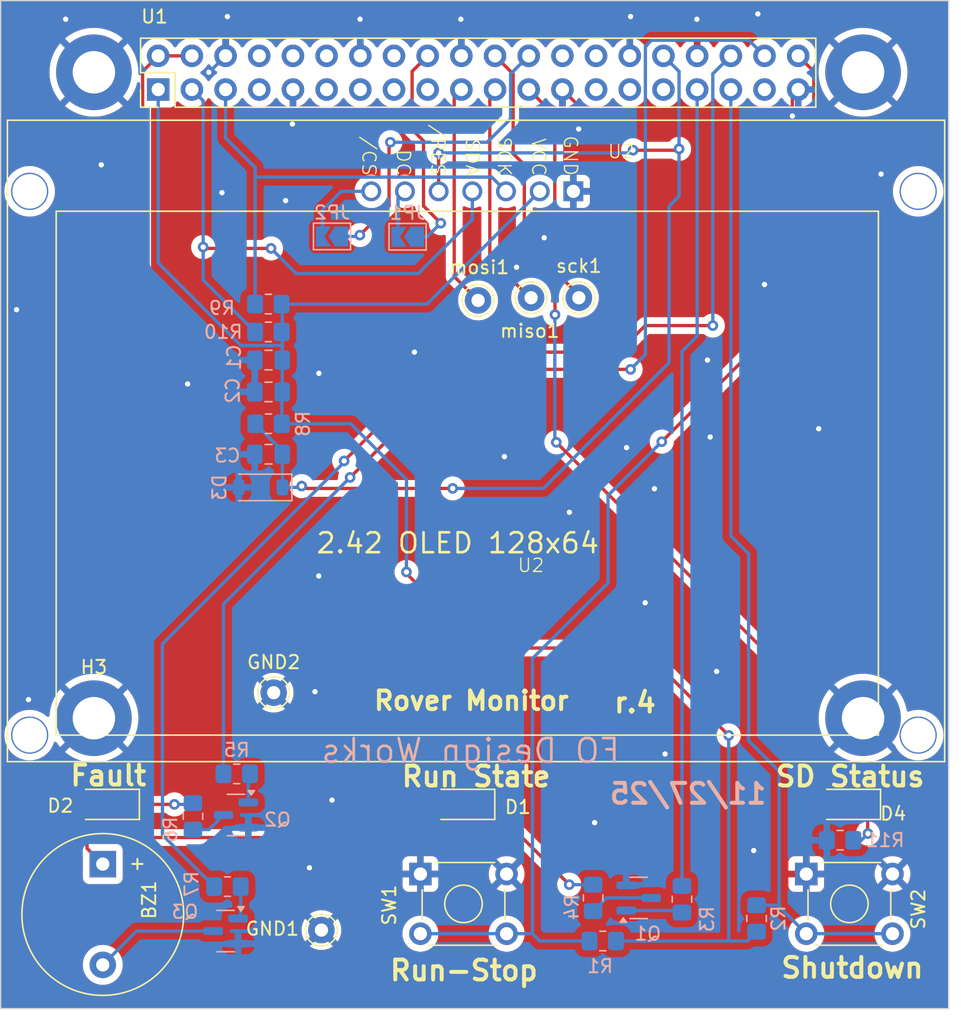
<source format=kicad_pcb>
(kicad_pcb (version 20240108) (generator "pcbnew") (generator_version "8.0")
  (layers (0 "F.Cu" signal) (31 "B.Cu" signal) (34 "B.Paste" user) (35 "F.Paste" user) (36 "B.SilkS" user "B.Silkscreen") (37 "F.SilkS" user "F.Silkscreen") (38 "B.Mask" user) (39 "F.Mask" user) (44 "Edge.Cuts" user))
  (net 0 "")
  (net 1 "GND")
  (net 2 "+5V")
  (net 3 "Net-(D2-K)")
  (net 4 "Net-(D1-K)")
  (net 5 "Net-(BZ1--)")
  (net 6 "Net-(D3-K)")
  (net 7 "+3V3")
  (net 8 "Net-(Q1-B)")
  (net 9 "Net-(Q1-C)")
  (net 10 "Net-(Q2-B)")
  (net 11 "Net-(Q2-C)")
  (net 12 "Net-(Q3-B)")
  (net 13 "/GPIO20")
  (net 14 "/GPIO16")
  (net 15 "/GPIO13")
  (net 16 "/GPIO21")
  (net 17 "/GPIO19")
  (net 18 "/SCL")
  (net 19 "/SDA")
  (net 28 "Net-(U1-SPI_MOSI)")
  (net 31 "Net-(U1-SPI_MISO)")
  (net 32 "Net-(U1-SPI_SCLK)")
  (net 34 "Net-(JP1-A)")
  (net 38 "Net-(JP2-A)")
  (net 40 "Net-(D4-K)")
  (net 41 "Net-(JP1-B)")
  (net 42 "Net-(JP2-B)")
  (net 43 "/GPIO25")
  (footprint "Buzzer_Beeper:Buzzer_12x9.5RM7.6" (layer "F.Cu") (at 56.7139 126.3232 -90)
    (property "Reference" "BZ1")
    (property "Value" "Buzzer")
  )
  (footprint "TestPoint:TestPoint_THTPad_D2.0mm_Drill1.0mm" (layer "F.Cu") (at 73.2 131.3)
    (property "Reference" "GND1")
    (property "Value" "GND")
  )
  (footprint "jerrys_Library:oled_128x64_r2" (layer "F.Cu") (at 92.2 75.6)
    (property "Reference" "U2")
    (property "Value" "~")
  )
  (footprint "TestPoint:TestPoint_THTPad_D2.0mm_Drill1.0mm" (layer "F.Cu") (at 85.0136 83.8232)
    (property "Reference" "mosi1")
    (property "Value" "mosi")
  )
  (footprint "LED_SMD:LED_1206_3216Metric_Pad1.42x1.75mm_HandSolder" (layer "F.Cu") (at 57.0139 121.8232 180)
    (property "Reference" "D2")
    (property "Value" "Alarm")
  )
  (footprint "LED_SMD:LED_1206_3216Metric_Pad1.42x1.75mm_HandSolder" (layer "F.Cu") (at 112.9014 121.8232 180)
    (property "Reference" "D4")
    (property "Value" "Run-Stop")
  )
  (footprint "jerrys_Library:oled_128x64_r2" (layer "F.Cu") (at 120.3136 101.1232)
    (property "Reference" "U2")
    (property "Value" "~")
  )
  (footprint "MountingHole:MountingHole_3.2mm_M3_ISO7380_Pad_TopBottom" (layer "F.Cu") (at 56.0436 115.3232)
    (property "Reference" "H3")
    (property "Value" "MountingHole_Pad")
  )
  (footprint "TestPoint:TestPoint_THTPad_D2.0mm_Drill1.0mm" (layer "F.Cu") (at 69.6 113.4)
    (property "Reference" "GND2")
    (property "Value" "GND")
  )
  (footprint "Button_Switch_THT:SW_TH_Tactile_Omron_B3F-10xx" (layer "F.Cu") (at 109.7639 127.0732)
    (property "Reference" "SW2")
    (property "Value" "Shutdown")
  )
  (footprint "MountingHole:MountingHole_3.2mm_M3_ISO7380_Pad_TopBottom" (layer "F.Cu") (at 56.0436 66.6232)
    (property "Reference" "H1" (hide yes))
    (property "Value" "MountingHole_Pad")
  )
  (footprint "Connector_PinHeader_2.54mm:PinHeader_2x20_P2.54mm_Vertical" (layer "F.Cu") (at 60.8936 67.9232 90)
    (property "Reference" "U1")
    (property "Value" "~")
  )
  (footprint "MountingHole:MountingHole_3.2mm_M3_ISO7380_Pad_TopBottom" (layer "F.Cu") (at 114.0436 115.3232)
    (property "Reference" "H4" (hide yes))
    (property "Value" "MountingHole_Pad")
  )
  (footprint "TestPoint:TestPoint_THTPad_D2.0mm_Drill1.0mm" (layer "F.Cu") (at 92.6136 83.6232)
    (property "Reference" "sck1")
    (property "Value" "sck")
  )
  (footprint "MountingHole:MountingHole_3.2mm_M3_ISO7380_Pad_TopBottom" (layer "F.Cu") (at 114.0436 66.6232)
    (property "Reference" "H2" (hide yes))
    (property "Value" "MountingHole_Pad")
  )
  (footprint "TestPoint:TestPoint_THTPad_D2.0mm_Drill1.0mm" (layer "F.Cu") (at 89.0136 83.6232)
    (property "Reference" "miso1")
    (property "Value" "miso")
  )
  (footprint "Button_Switch_THT:SW_TH_Tactile_Omron_B3F-10xx" (layer "F.Cu") (at 80.6639 127.0732)
    (property "Reference" "SW1")
    (property "Value" "Run-Stop")
  )
  (footprint "LED_SMD:LED_1206_3216Metric_Pad1.42x1.75mm_HandSolder" (layer "F.Cu") (at 83.8142 121.8232 180)
    (property "Reference" "D1")
    (property "Value" "Run-Stop")
  )
  (footprint "Resistor_SMD:R_0805_2012Metric_Pad1.20x1.40mm_HandSolder" (layer "B.Cu") (at 69.2 84.1 180)
    (property "Reference" "R9")
    (property "Value" "15K")
  )
  (footprint "Resistor_SMD:R_0805_2012Metric_Pad1.20x1.40mm_HandSolder" (layer "B.Cu") (at 66.1139 128.0232 180)
    (property "Reference" "R7")
    (property "Value" "27K")
  )
  (footprint "Resistor_SMD:R_0805_2012Metric_Pad1.20x1.40mm_HandSolder" (layer "B.Cu") (at 69.2 86.2 180)
    (property "Reference" "R10")
    (property "Value" "15K")
  )
  (footprint "Capacitor_SMD:C_0805_2012Metric_Pad1.18x1.45mm_HandSolder" (layer "B.Cu") (at 69.2136 90.7232 180)
    (property "Reference" "C2")
    (property "Value" "0.1uF")
  )
  (footprint "Jumper:SolderJumper-2_P1.3mm_Open_TrianglePad1.0x1.5mm" (layer "B.Cu") (at 79.7 79.025 180)
    (property "Reference" "JP1")
    (property "Value" "jumper")
  )
  (footprint "Resistor_SMD:R_0805_2012Metric_Pad1.20x1.40mm_HandSolder" (layer "B.Cu") (at 100.3889 128.9732 90)
    (property "Reference" "R3")
    (property "Value" "27K")
  )
  (footprint "Resistor_SMD:R_0805_2012Metric_Pad1.20x1.40mm_HandSolder" (layer "B.Cu") (at 106.0139 130.4232 90)
    (property "Reference" "R2")
    (property "Value" "4.7K")
  )
  (footprint "Resistor_SMD:R_0805_2012Metric_Pad1.20x1.40mm_HandSolder" (layer "B.Cu") (at 112.3139 124.5232 180)
    (property "Reference" "R11")
    (property "Value" "330")
  )
  (footprint "Jumper:SolderJumper-2_P1.3mm_Open_TrianglePad1.0x1.5mm" (layer "B.Cu") (at 74 79 180)
    (property "Reference" "JP2")
    (property "Value" "jumper")
  )
  (footprint "Resistor_SMD:R_0805_2012Metric_Pad1.20x1.40mm_HandSolder" (layer "B.Cu") (at 93.6889 128.8732 -90)
    (property "Reference" "R4")
    (property "Value" "390R")
  )
  (footprint "Resistor_SMD:R_0805_2012Metric_Pad1.20x1.40mm_HandSolder" (layer "B.Cu") (at 66.8139 119.5232 180)
    (property "Reference" "R5")
    (property "Value" "27K")
  )
  (footprint "Capacitor_SMD:C_0805_2012Metric_Pad1.18x1.45mm_HandSolder" (layer "B.Cu") (at 69.2136 95.4232 180)
    (property "Reference" "C3")
    (property "Value" "10uF")
  )
  (footprint "Resistor_SMD:R_0805_2012Metric_Pad1.20x1.40mm_HandSolder" (layer "B.Cu") (at 94.4139 132.1232 180)
    (property "Reference" "R1")
    (property "Value" "4.7K")
  )
  (footprint "Capacitor_SMD:C_0805_2012Metric_Pad1.18x1.45mm_HandSolder" (layer "B.Cu") (at 69.2136 88.3232)
    (property "Reference" "C1")
    (property "Value" "10uF")
  )
  (footprint "Diode_SMD:D_SOD-123" (layer "B.Cu") (at 68.6136 97.9232 180)
    (property "Reference" "D3")
    (property "Value" "1N4448W")
  )
  (footprint "Package_TO_SOT_SMD:SOT-23" (layer "B.Cu") (at 66.7514 122.6232 180)
    (property "Reference" "Q2")
    (property "Value" "MMBT3904")
  )
  (footprint "Package_TO_SOT_SMD:SOT-23" (layer "B.Cu") (at 97.1264 128.8732)
    (property "Reference" "Q1")
    (property "Value" "MMBT3904")
  )
  (footprint "Resistor_SMD:R_0805_2012Metric_Pad1.20x1.40mm_HandSolder" (layer "B.Cu") (at 69.2136 93.1232 180)
    (property "Reference" "R8")
    (property "Value" "15K")
  )
  (footprint "Resistor_SMD:R_0805_2012Metric_Pad1.20x1.40mm_HandSolder" (layer "B.Cu") (at 63.5139 122.7232 -90)
    (property "Reference" "R6")
    (property "Value" "390R")
  )
  (footprint "Package_TO_SOT_SMD:SOT-23" (layer "B.Cu") (at 65.9764 131.3732 180)
    (property "Reference" "Q3")
    (property "Value" "MMBT3904")
  )
  (gr_line (start 49.0136 61.2232) (end 120.5 61.2232) (stroke (width 0.1)) (layer "Edge.Cuts"))
  (gr_line (start 49.0139 137.2232) (end 49.0136 61.2232) (stroke (width 0.1)) (layer "Edge.Cuts"))
  (gr_line (start 120.5 61.2232) (end 120.5 137.2232) (stroke (width 0.1)) (layer "Edge.Cuts"))
  (gr_line (start 120.5 137.2232) (end 49.014032 137.2232) (stroke (width 0.1)) (layer "Edge.Cuts"))
  (gr_text "11/27/25" (at 106.9 121.9 0) (layer "B.SilkS") (effects (font (size 1.5 1.5) (thickness 0.3) (bold yes)) (justify left bottom mirror)))
  (gr_text "FO Design Works" (at 95.8386 118.8232 0) (layer "B.SilkS") (effects (font (size 1.778 1.778) (thickness 0.2032)) (justify left bottom mirror)))
  (gr_text "r.4" (at 95.1139 115.0232 0) (layer "F.SilkS") (effects (font (size 1.5 1.5) (thickness 0.3) (bold yes)) (justify left bottom)))
  (gr_text "Run-Stop" (at 78.2139 135.2232 0) (layer "F.SilkS") (effects (font (size 1.5 1.5) (thickness 0.3) (bold yes)) (justify left bottom)))
  (gr_text "Rover Monitor" (at 77.0139 114.8232 0) (layer "F.SilkS") (effects (font (size 1.4 1.4) (thickness 0.3) (bold yes)) (justify left bottom)))
  (gr_text "Run State" (at 79.1 120.6 0) (layer "F.SilkS") (effects (font (size 1.5 1.5) (thickness 0.3) (bold yes)) (justify left bottom)))
  (gr_text "Fault" (at 54.1139 120.5232 0) (layer "F.SilkS") (effects (font (size 1.5 1.5) (thickness 0.3) (bold yes)) (justify left bottom)))
  (gr_text "SD Status" (at 107.3 120.6 0) (layer "F.SilkS") (effects (font (size 1.5 1.5) (thickness 0.3) (bold yes)) (justify left bottom)))
  (gr_text "Shutdown" (at 107.7139 135.0232 0) (layer "F.SilkS") (effects (font (size 1.5 1.5) (thickness 0.3) (bold yes)) (justify left bottom)))
  (segment (start 66.1139 65.2429) (end 65.9736 65.3832) (width 0.25) (layer "F.Cu") (net 1))
  (segment (start 76.1139 65.3635) (end 76.1336 65.3832) (width 0.25) (layer "F.Cu") (net 1))
  (segment (start 96.5139 62.4232) (end 96.4536 62.4835) (width 0.25) (layer "F.Cu") (net 1))
  (segment (start 76.1139 62.6232) (end 76.1139 65.3635) (width 0.25) (layer "F.Cu") (net 1))
  (segment (start 92.6 70.9) (end 92.6 69.1496) (width 0.25) (layer "F.Cu") (net 1))
  (segment (start 83.7536 62.6632) (end 83.7536 65.3832) (width 0.25) (layer "F.Cu") (net 1))
  (segment (start 108.7136 69.9232) (end 108.7136 68.3632) (width 0.25) (layer "F.Cu") (net 1))
  (segment (start 108.7136 68.3632) (end 109.1536 67.9232) (width 0.25) (layer "F.Cu") (net 1))
  (segment (start 92.6 69.1496) (end 91.3736 67.9232) (width 0.25) (layer "F.Cu") (net 1))
  (segment (start 83.7136 62.6232) (end 83.7536 62.6632) (width 0.25) (layer "F.Cu") (net 1))
  (segment (start 101.5336 62.7432) (end 101.5336 65.3832) (width 0.25) (layer "F.Cu") (net 1))
  (segment (start 66.1139 62.4232) (end 66.1139 65.2429) (width 0.25) (layer "F.Cu") (net 1))
  (segment (start 101.5136 62.7232) (end 101.5336 62.7432) (width 0.25) (layer "F.Cu") (net 1))
  (segment (start 101.5136 62.6232) (end 101.5136 62.7232) (width 0.25) (layer "F.Cu") (net 1))
  (segment (start 96.4536 62.4835) (end 96.4536 65.3832) (width 0.25) (layer "F.Cu") (net 1))
  (via (at 105.8 125.3) (size 0.8) (drill 0.4) (layers "F.Cu" "B.Cu") (net 1))
  (via (at 96.2139 94.9232) (size 0.8) (drill 0.4) (layers "F.Cu" "B.Cu") (net 1))
  (via (at 103 111.8) (size 0.8) (drill 0.4) (layers "F.Cu" "B.Cu") (net 1))
  (via (at 76.1139 62.6232) (size 0.8) (drill 0.4) (layers "F.Cu" "B.Cu") (net 1))
  (via (at 108.7136 69.9232) (size 0.8) (drill 0.4) (layers "F.Cu" "B.Cu") (net 1))
  (via (at 74 121.5) (size 0.8) (drill 0.4) (layers "F.Cu" "B.Cu") (net 1))
  (via (at 106.6139 82.6232) (size 0.8) (drill 0.4) (layers "F.Cu" "B.Cu") (net 1))
  (via (at 87.9139 81.3232) (size 0.8) (drill 0.4) (layers "F.Cu" "B.Cu") (net 1))
  (via (at 83.7136 62.6232) (size 0.8) (drill 0.4) (layers "F.Cu" "B.Cu") (net 1))
  (via (at 63.1139 90.1232) (size 0.8) (drill 0.4) (layers "F.Cu" "B.Cu") (net 1))
  (via (at 93.8 123.2) (size 0.8) (drill 0.4) (layers "F.Cu" "B.Cu") (net 1))
  (via (at 91.9 99.8) (size 0.8) (drill 0.4) (layers "F.Cu" "B.Cu") (net 1))
  (via (at 50.2136 84.5232) (size 0.8) (drill 0.4) (layers "F.Cu" "B.Cu") (net 1))
  (via (at 71.0136 70.5232) (size 0.8) (drill 0.4) (layers "F.Cu" "B.Cu") (net 1))
  (via (at 66.1139 62.4232) (size 0.8) (drill 0.4) (layers "F.Cu" "B.Cu") (net 1))
  (via (at 92.6 70.9) (size 0.8) (drill 0.4) (layers "F.Cu" "B.Cu") (net 1))
  (via (at 101.5136 62.6232) (size 0.8) (drill 0.4) (layers "F.Cu" "B.Cu") (net 1))
  (via (at 51.1139 113.9232) (size 0.8) (drill 0.4) (layers "F.Cu" "B.Cu") (net 1))
  (via (at 98.3139 98.0232) (size 0.8) (drill 0.4) (layers "F.Cu" "B.Cu") (net 1))
  (via (at 72.7139 113.3232) (size 0.8) (drill 0.4) (layers "F.Cu" "B.Cu") (net 1))
  (via (at 97.6139 106.6232) (size 0.8) (drill 0.4) (layers "F.Cu" "B.Cu") (net 1))
  (via (at 115.4 74.3) (size 0.8) (drill 0.4) (layers "F.Cu" "B.Cu") (net 1))
  (via (at 96.5139 62.4232) (size 0.8) (drill 0.4) (layers "F.Cu" "B.Cu") (net 1))
  (via (at 65.7 75.7) (size 0.8) (drill 0.4) (layers "F.Cu" "B.Cu") (net 1))
  (via (at 87 95.6) (size 0.8) (drill 0.4) (layers "F.Cu" "B.Cu") (net 1))
  (via (at 102.5139 94.1232) (size 0.8) (drill 0.4) (layers "F.Cu" "B.Cu") (net 1))
  (via (at 110.7 93.5) (size 0.8) (drill 0.4) (layers "F.Cu" "B.Cu") (net 1))
  (via (at 106.1136 62.2232) (size 0.8) (drill 0.4) (layers "F.Cu" "B.Cu") (net 1))
  (via (at 73.0136 89.3232) (size 0.8) (drill 0.4) (layers "F.Cu" "B.Cu") (net 1))
  (via (at 90 79.1) (size 0.8) (drill 0.4) (layers "F.Cu" "B.Cu") (net 1))
  (via (at 73 104.6) (size 0.8) (drill 0.4) (layers "F.Cu" "B.Cu") (net 1))
  (via (at 99.1136 118.0232) (size 0.8) (drill 0.4) (layers "F.Cu" "B.Cu") (net 1))
  (via (at 56.6 73.6) (size 0.8) (drill 0.4) (layers "F.Cu" "B.Cu") (net 1))
  (via (at 64.7136 66.6232) (size 0.8) (drill 0.4) (layers "F.Cu" "B.Cu") (net 1))
  (via (at 70.5 76.3) (size 0.8) (drill 0.4) (layers "F.Cu" "B.Cu") (net 1))
  (via (at 80.2139 87.7232) (size 0.8) (drill 0.4) (layers "F.Cu" "B.Cu") (net 1))
  (via (at 102.3139 88.3232) (size 0.8) (drill 0.4) (layers "F.Cu" "B.Cu") (net 1))
  (via (at 53.9136 62.6232) (size 0.8) (drill 0.4) (layers "F.Cu" "B.Cu") (net 1))
  (via (at 72.3 126.6) (size 0.8) (drill 0.4) (layers "F.Cu" "B.Cu") (net 1))
  (segment (start 64.7136 66.6232) (end 64.7336 66.6232) (width 0.25) (layer "B.Cu") (net 1))
  (segment (start 68.2136 90.7607) (end 68.1761 90.7232) (width 0.25) (layer "B.Cu") (net 1))
  (segment (start 64.7336 66.6232) (end 65.9736 65.3832) (width 0.25) (layer "B.Cu") (net 1))
  (segment (start 71.0136 70.5232) (end 71.0136 67.9632) (width 0.25) (layer "B.Cu") (net 1))
  (segment (start 71.0136 67.9632) (end 71.0536 67.9232) (width 0.25) (layer "B.Cu") (net 1))
  (segment (start 55.5264 125.1357) (end 56.7139 126.3232) (width 0.25) (layer "F.Cu") (net 2))
  (segment (start 60.8936 65.3832) (end 63.4336 65.3832) (width 0.25) (layer "F.Cu") (net 2))
  (segment (start 59.7186 66.5582) (end 59.7186 117.4185) (width 0.25) (layer "F.Cu") (net 2))
  (segment (start 59.7186 117.4185) (end 55.5264 121.6107) (width 0.25) (layer "F.Cu") (net 2))
  (segment (start 79.8267 124.3232) (end 82.3267 121.8232) (width 0.25) (layer "F.Cu") (net 2))
  (segment (start 55.5264 121.8232) (end 55.5264 124.3232) (width 0.25) (layer "F.Cu") (net 2))
  (segment (start 55.5264 124.3232) (end 55.5264 125.1357) (width 0.25) (layer "F.Cu") (net 2))
  (segment (start 55.5264 124.3232) (end 79.8267 124.3232) (width 0.25) (layer "F.Cu") (net 2))
  (segment (start 60.8936 65.3832) (end 59.7186 66.5582) (width 0.25) (layer "F.Cu") (net 2))
  (segment (start 55.5264 121.6107) (end 55.5264 121.8232) (width 0.25) (layer "F.Cu") (net 2))
  (segment (start 60.1536 65.3832) (end 60.8936 65.3832) (width 0.25) (layer "B.Cu") (net 2))
  (segment (start 58.5014 121.8232) (end 62.1139 121.8232) (width 0.25) (layer "F.Cu") (net 3))
  (via (at 62.1139 121.8232) (size 0.8) (drill 0.4) (layers "F.Cu" "B.Cu") (net 3))
  (segment (start 63.4139 121.8232) (end 63.5139 121.7232) (width 0.25) (layer "B.Cu") (net 3))
  (segment (start 62.1139 121.8232) (end 63.4139 121.8232) (width 0.25) (layer "B.Cu") (net 3))
  (segment (start 85.8389 121.8232) (end 91.8889 127.8732) (width 0.25) (layer "F.Cu") (net 4))
  (segment (start 85.3017 121.8232) (end 85.8389 121.8232) (width 0.25) (layer "F.Cu") (net 4))
  (via (at 91.8889 127.8732) (size 0.8) (drill 0.4) (layers "F.Cu" "B.Cu") (net 4))
  (segment (start 91.8889 127.8732) (end 93.6889 127.8732) (width 0.25) (layer "B.Cu") (net 4))
  (segment (start 65.0389 131.3732) (end 59.2639 131.3732) (width 0.25) (layer "B.Cu") (net 5))
  (segment (start 59.2639 131.3732) (end 56.7139 133.9232) (width 0.25) (layer "B.Cu") (net 5))
  (segment (start 71.9139 97.8232) (end 72.0907 98) (width 0.25) (layer "F.Cu") (net 6))
  (segment (start 100.0686 72.5) (end 100.1686 72.4) (width 0.25) (layer "F.Cu") (net 6))
  (segment (start 96.7 72.5) (end 100.0686 72.5) (width 0.25) (layer "F.Cu") (net 6))
  (segment (start 82.04 72.7) (end 82.04 72.64) (width 0.25) (layer "F.Cu") (net 6))
  (segment (start 71.7139 97.8232) (end 71.9139 97.8232) (width 0.25) (layer "F.Cu") (net 6))
  (segment (start 82.04 72.64) (end 82 72.6) (width 0.25) (layer "F.Cu") (net 6))
  (segment (start 72.0907 98) (end 83.1 98) (width 0.25) (layer "F.Cu") (net 6))
  (segment (start 82.04 75.6) (end 82.04 72.7) (width 0.25) (layer "F.Cu") (net 6))
  (via (at 71.7139 97.8232) (size 0.8) (drill 0.4) (layers "F.Cu" "B.Cu") (net 6))
  (via (at 96.7 72.5) (size 0.8) (drill 0.4) (layers "F.Cu" "B.Cu") (net 6))
  (via (at 83.1 98) (size 0.8) (drill 0.4) (layers "F.Cu" "B.Cu") (net 6))
  (via (at 100.1686 72.4) (size 0.8) (drill 0.4) (layers "F.Cu" "B.Cu") (net 6))
  (via (at 82.04 72.7) (size 0.8) (drill 0.4) (layers "F.Cu" "B.Cu") (net 6))
  (segment (start 98.9936 65.3832) (end 100.1686 66.5582) (width 0.25) (layer "B.Cu") (net 6))
  (segment (start 96.7 72.5) (end 96.8 72.5) (width 0.25) (layer "B.Cu") (net 6))
  (segment (start 70.2511 97.9107) (end 70.2636 97.9232) (width 0.25) (layer "B.Cu") (net 6))
  (segment (start 70.2136 95.3857) (end 70.2511 95.4232) (width 0.25) (layer "B.Cu") (net 6))
  (segment (start 70.2511 95.4232) (end 70.2511 95.1607) (width 0.25) (layer "B.Cu") (net 6))
  (segment (start 96.5 72.7) (end 96.7 72.5) (width 0.25) (layer "B.Cu") (net 6))
  (segment (start 71.6139 97.9232) (end 71.7139 97.8232) (width 0.25) (layer "B.Cu") (net 6))
  (segment (start 100.1686 72.4) (end 100.1686 75.6232) (width 0.25) (layer "B.Cu") (net 6))
  (segment (start 82.04 72.7) (end 96.5 72.7) (width 0.25) (layer "B.Cu") (net 6))
  (segment (start 70.2636 97.9232) (end 71.6139 97.9232) (width 0.25) (layer "B.Cu") (net 6))
  (segment (start 70.2636 97.9232) (end 70.2636 95.4357) (width 0.25) (layer "B.Cu") (net 6))
  (segment (start 83.1 98) (end 89.9371 98) (width 0.25) (layer "B.Cu") (net 6))
  (segment (start 99.4139 88.5232) (end 99.4139 76.7232) (width 0.25) (layer "B.Cu") (net 6))
  (segment (start 100.1686 66.5582) (end 100.1686 72.4) (width 0.25) (layer "B.Cu") (net 6))
  (segment (start 90.21855 97.71855) (end 99.4139 88.5232) (width 0.25) (layer "B.Cu") (net 6))
  (segment (start 70.2636 95.4357) (end 70.2511 95.4232) (width 0.25) (layer "B.Cu") (net 6))
  (segment (start 99.4139 76.7232) (end 100.1686 75.9685) (width 0.25) (layer "B.Cu") (net 6))
  (segment (start 70.2511 95.1607) (end 68.2136 93.1232) (width 0.25) (layer "B.Cu") (net 6))
  (segment (start 100.1686 75.9685) (end 100.1686 75.6232) (width 0.25) (layer "B.Cu") (net 6))
  (segment (start 89.9371 98) (end 90.21855 97.71855) (width 0.25) (layer "B.Cu") (net 6))
  (segment (start 85.23335 110.03335) (end 79.6136 104.4136) (width 0.25) (layer "F.Cu") (net 7))
  (segment (start 97.32405 110.03335) (end 85.23335 110.03335) (width 0.25) (layer "F.Cu") (net 7))
  (segment (start 79.6136 104.4136) (end 79.6136 104.3432) (width 0.25) (layer "F.Cu") (net 7))
  (segment (start 60.7936 67.8232) (end 60.8936 67.9232) (width 0.25) (layer "F.Cu") (net 7))
  (segment (start 103.9139 116.6232) (end 97.32405 110.03335) (width 0.25) (layer "F.Cu") (net 7))
  (via (at 79.6136 104.3) (size 0.8) (drill 0.4) (layers "F.Cu" "B.Cu") (net 7))
  (via (at 103.9139 116.6232) (size 0.8) (drill 0.4) (layers "F.Cu" "B.Cu") (net 7))
  (segment (start 70.2511 87.2) (end 70.2511 84.2511) (width 0.25) (layer "B.Cu") (net 7))
  (segment (start 60.8936 80.9936) (end 60.8936 74.7) (width 0.25) (layer "B.Cu") (net 7))
  (segment (start 79.6136 104.3) (end 79.6136 97.3229) (width 0.25) (layer "B.Cu") (net 7))
  (segment (start 105.3139 132.1232) (end 106.0139 131.4232) (width 0.25) (layer "B.Cu") (net 7))
  (segment (start 95.4139 132.1232) (end 103.9139 132.1232) (width 0.25) (layer "B.Cu") (net 7))
  (segment (start 75.4139 93.1232) (end 70.2136 93.1232) (width 0.25) (layer "B.Cu") (net 7))
  (segment (start 70.2511 88.3232) (end 70.2511 87.2) (width 0.25) (layer "B.Cu") (net 7))
  (segment (start 70.2511 87.2) (end 70.2261 87.225) (width 0.25) (layer "B.Cu") (net 7))
  (segment (start 81.16 84.1) (end 70.2 84.1) (width 0.25) (layer "B.Cu") (net 7))
  (segment (start 70.2261 87.225) (end 67.125 87.225) (width 0.25) (layer "B.Cu") (net 7))
  (segment (start 79.6136 97.3229) (end 75.4139 93.1232) (width 0.25) (layer "B.Cu") (net 7))
  (segment (start 89.66 75.6) (end 81.16 84.1) (width 0.25) (layer "B.Cu") (net 7))
  (segment (start 103.9139 132.1232) (end 105.3139 132.1232) (width 0.25) (layer "B.Cu") (net 7))
  (segment (start 60.8936 74.7) (end 60.8936 67.9232) (width 0.25) (layer "B.Cu") (net 7))
  (segment (start 103.9139 132.1232) (end 103.9139 116.6232) (width 0.25) (layer "B.Cu") (net 7))
  (segment (start 70.2136 90.7607) (end 70.2511 90.7232) (width 0.25) (layer "B.Cu") (net 7))
  (segment (start 67.125 87.225) (end 60.8936 80.9936) (width 0.25) (layer "B.Cu") (net 7))
  (segment (start 70.2511 90.7232) (end 70.2511 88.3232) (width 0.25) (layer "B.Cu") (net 7))
  (segment (start 70.2136 93.1232) (end 70.2136 90.7607) (width 0.25) (layer "B.Cu") (net 7))
  (segment (start 79.6136 104.3432) (end 79.6136 104.3) (width 0.25) (layer "B.Cu") (net 7))
  (segment (start 96.1889 129.8232) (end 100.2389 129.8232) (width 0.25) (layer "B.Cu") (net 8))
  (segment (start 100.2389 129.8232) (end 100.3889 129.9732) (width 0.25) (layer "B.Cu") (net 8))
  (segment (start 94.6889 128.8732) (end 93.6889 129.8732) (width 0.25) (layer "B.Cu") (net 9))
  (segment (start 98.0639 128.8732) (end 94.6889 128.8732) (width 0.25) (layer "B.Cu") (net 9))
  (segment (start 67.6889 119.6482) (end 67.8139 119.5232) (width 0.25) (layer "B.Cu") (net 10))
  (segment (start 67.6889 121.6732) (end 67.6889 119.6482) (width 0.25) (layer "B.Cu") (net 10))
  (segment (start 63.5139 123.7232) (end 64.7139 123.7232) (width 0.25) (layer "B.Cu") (net 11))
  (segment (start 64.7139 123.7232) (end 65.8139 122.6232) (width 0.25) (layer "B.Cu") (net 11))
  (segment (start 67.1139 130.2232) (end 66.9139 130.4232) (width 0.25) (layer "B.Cu") (net 12))
  (segment (start 67.1139 128.0232) (end 67.1139 130.2232) (width 0.25) (layer "B.Cu") (net 12))
  (segment (start 80.7139 91.8232) (end 83.5139 91.8232) (width 0.25) (layer "F.Cu") (net 13))
  (segment (start 89.6139 89.0232) (end 96.5139 89.0232) (width 0.25) (layer "F.Cu") (net 13))
  (segment (start 89.5139 89.1232) (end 89.6139 89.0232) (width 0.25) (layer "F.Cu") (net 13))
  (segment (start 83.5139 91.8232) (end 86.8139 91.8232) (width 0.25) (layer "F.Cu") (net 13))
  (segment (start 75.3639 97.1732) (end 80.7139 91.8232) (width 0.25) (layer "F.Cu") (net 13))
  (segment (start 86.8139 91.8232) (end 89.5139 89.1232) (width 0.25) (layer "F.Cu") (net 13))
  (via (at 75.3639 97.1732) (size 0.8) (drill 0.4) (layers "F.Cu" "B.Cu") (net 13))
  (via (at 96.5139 89.0232) (size 0.8) (drill 0.4) (layers "F.Cu" "B.Cu") (net 13))
  (segment (start 97.6286 87.9085) (end 96.5139 89.0232) (width 0.25) (layer "B.Cu") (net 13))
  (segment (start 65.8139 106.7232) (end 65.8139 119.5232) (width 0.25) (layer "B.Cu") (net 13))
  (segment (start 106.6136 65.3832) (end 105.4386 64.2082) (width 0.25) (layer "B.Cu") (net 13))
  (segment (start 97.6286 64.6714) (end 97.6286 87.9085) (width 0.25) (layer "B.Cu") (net 13))
  (segment (start 98.0918 64.2082) (end 97.6286 64.6714) (width 0.25) (layer "B.Cu") (net 13))
  (segment (start 75.3639 97.1732) (end 65.8139 106.7232) (width 0.25) (layer "B.Cu") (net 13))
  (segment (start 105.4386 64.2082) (end 98.0918 64.2082) (width 0.25) (layer "B.Cu") (net 13))
  (segment (start 95.6139 87.7232) (end 97.6139 85.7232) (width 0.25) (layer "F.Cu") (net 14))
  (segment (start 97.6139 85.7232) (end 102.7136 85.7232) (width 0.25) (layer "F.Cu") (net 14))
  (segment (start 74.9139 95.9232) (end 80.2139 90.6232) (width 0.25) (layer "F.Cu") (net 14))
  (segment (start 80.2139 90.6232) (end 85.9139 90.6232) (width 0.25) (layer "F.Cu") (net 14))
  (segment (start 88.8139 87.7232) (end 95.6139 87.7232) (width 0.25) (layer "F.Cu") (net 14))
  (segment (start 85.9139 90.6232) (end 88.8139 87.7232) (width 0.25) (layer "F.Cu") (net 14))
  (via (at 74.9139 95.9232) (size 0.8) (drill 0.4) (layers "F.Cu" "B.Cu") (net 14))
  (via (at 102.7136 85.7232) (size 0.8) (drill 0.4) (layers "F.Cu" "B.Cu") (net 14))
  (segment (start 102.7136 66.7432) (end 104.0736 65.3832) (width 0.25) (layer "B.Cu") (net 14))
  (segment (start 74.9139 95.9232) (end 74.9139 96.0232) (width 0.25) (layer "B.Cu") (net 14))
  (segment (start 74.9139 96.0232) (end 61.2139 109.7232) (width 0.25) (layer "B.Cu") (net 14))
  (segment (start 61.2139 109.7232) (end 61.2139 124.1232) (width 0.25) (layer "B.Cu") (net 14))
  (segment (start 102.7136 68.404901) (end 102.7136 66.7432) (width 0.25) (layer "B.Cu") (net 14))
  (segment (start 102.7136 68.404901) (end 102.7136 85.7232) (width 0.25) (layer "B.Cu") (net 14))
  (segment (start 61.2139 124.1232) (end 65.1139 128.0232) (width 0.25) (layer "B.Cu") (net 14))
  (segment (start 101.5336 67.9232) (end 101.5336 68.1432) (width 0.25) (layer "F.Cu") (net 15))
  (segment (start 100.3889 127.9732) (end 100.3889 87.6679) (width 0.25) (layer "B.Cu") (net 15))
  (segment (start 100.3889 87.6679) (end 101.5336 86.5232) (width 0.25) (layer "B.Cu") (net 15))
  (segment (start 101.5336 67.9232) (end 101.5336 86.5232) (width 0.25) (layer "B.Cu") (net 15))
  (segment (start 98.8639 94.4732) (end 110.3286 83.0085) (width 0.25) (layer "F.Cu") (net 16))
  (segment (start 110.3286 66.5582) (end 109.1536 65.3832) (width 0.25) (layer "F.Cu") (net 16))
  (segment (start 110.3286 83.0085) (end 110.3286 66.5582) (width 0.25) (layer "F.Cu") (net 16))
  (via (at 98.8639 94.4732) (size 0.8) (drill 0.4) (layers "F.Cu" "B.Cu") (net 16))
  (segment (start 89.1139 131.5732) (end 89.6639 132.1232) (width 0.25) (layer "B.Cu") (net 16))
  (segment (start 94.8139 98.5232) (end 94.8139 105.1232) (width 0.25) (layer "B.Cu") (net 16))
  (segment (start 89.6639 132.1232) (end 93.4139 132.1232) (width 0.25) (layer "B.Cu") (net 16))
  (segment (start 80.6639 131.5732) (end 87.1639 131.5732) (width 0.25) (layer "B.Cu") (net 16))
  (segment (start 94.8139 105.1232) (end 89.1139 110.8232) (width 0.25) (layer "B.Cu") (net 16))
  (segment (start 98.8639 94.4732) (end 94.8139 98.5232) (width 0.25) (layer "B.Cu") (net 16))
  (segment (start 89.1139 110.8232) (end 89.1139 131.5732) (width 0.25) (layer "B.Cu") (net 16))
  (segment (start 87.1639 131.5732) (end 89.1139 131.5732) (width 0.25) (layer "B.Cu") (net 16))
  (segment (start 107.7139 119.3232) (end 105.4139 117.0232) (width 0.25) (layer "B.Cu") (net 17))
  (segment (start 109.7639 131.5732) (end 116.2639 131.5732) (width 0.25) (layer "B.Cu") (net 17))
  (segment (start 104.0736 101.5829) (end 105.4139 102.9232) (width 0.25) (layer "B.Cu") (net 17))
  (segment (start 104.0736 67.9232) (end 104.0736 101.5829) (width 0.25) (layer "B.Cu") (net 17))
  (segment (start 106.0139 129.4232) (end 107.6139 129.4232) (width 0.25) (layer "B.Cu") (net 17))
  (segment (start 105.4139 117.0232) (end 105.4139 102.9232) (width 0.25) (layer "B.Cu") (net 17))
  (segment (start 107.7139 129.5232) (end 107.7139 119.3232) (width 0.25) (layer "B.Cu") (net 17))
  (segment (start 107.6139 129.4232) (end 107.7139 129.5232) (width 0.25) (layer "B.Cu") (net 17))
  (segment (start 109.7639 131.5732) (end 107.7139 129.5232) (width 0.25) (layer "B.Cu") (net 17))
  (segment (start 86.045 74.525) (end 68.275 74.525) (width 0.25) (layer "B.Cu") (net 18))
  (segment (start 66.0139 67.9635) (end 65.9736 67.9232) (width 0.25) (layer "B.Cu") (net 18))
  (segment (start 68.2 74.1) (end 68.2 73.8) (width 0.25) (layer "B.Cu") (net 18))
  (segment (start 68.2 74.6) (end 68.2 74.1) (width 0.25) (layer "B.Cu") (net 18))
  (segment (start 68.2 84.1) (end 68.2 74.1) (width 0.25) (layer "B.Cu") (net 18))
  (segment (start 68.275 74.525) (end 68.2 74.6) (width 0.25) (layer "B.Cu") (net 18))
  (segment (start 68.2 73.8) (end 65.9736 71.5736) (width 0.25) (layer "B.Cu") (net 18))
  (segment (start 65.9736 71.5736) (end 65.9736 67.9232) (width 0.25) (layer "B.Cu") (net 18))
  (segment (start 87.12 75.6) (end 86.045 74.525) (width 0.25) (layer "B.Cu") (net 18))
  (segment (start 64.3836 79.9) (end 64.2836 79.8) (width 0.25) (layer "F.Cu") (net 19))
  (segment (start 69.4 79.9) (end 64.3836 79.9) (width 0.25) (layer "F.Cu") (net 19))
  (via (at 69.4 79.9) (size 0.8) (drill 0.4) (layers "F.Cu" "B.Cu") (net 19))
  (via (at 64.2836 79.8) (size 0.8) (drill 0.4) (layers "F.Cu" "B.Cu") (net 19))
  (segment (start 71.3 81.8) (end 80.5 81.8) (width 0.25) (layer "B.Cu") (net 19))
  (segment (start 64.2836 82.2836) (end 64.2836 79.8) (width 0.25) (layer "B.Cu") (net 19))
  (segment (start 80.5 81.8) (end 84.58 77.72) (width 0.25) (layer "B.Cu") (net 19))
  (segment (start 69.4 79.9) (end 71.3 81.8) (width 0.25) (layer "B.Cu") (net 19))
  (segment (start 64.2836 68.7732) (end 63.4336 67.9232) (width 0.25) (layer "B.Cu") (net 19))
  (segment (start 84.58 77.72) (end 84.58 75.6) (width 0.25) (layer "B.Cu") (net 19))
  (segment (start 68.2 86.2) (end 64.2836 82.2836) (width 0.25) (layer "B.Cu") (net 19))
  (segment (start 64.2836 79.8) (end 64.2836 68.7732) (width 0.25) (layer "B.Cu") (net 19))
  (segment (start 83.2139 68.4629) (end 83.7536 67.9232) (width 0.25) (layer "F.Cu") (net 28))
  (segment (start 85.0136 83.8232) (end 83.2139 82.0235) (width 0.25) (layer "F.Cu") (net 28))
  (segment (start 83.2139 82.0235) (end 83.2139 68.4629) (width 0.25) (layer "F.Cu") (net 28))
  (segment (start 85.9 68.3168) (end 86.2936 67.9232) (width 0.25) (layer "F.Cu") (net 31))
  (segment (start 89.0136 83.6232) (end 88.8386 83.4482) (width 0.25) (layer "F.Cu") (net 31))
  (segment (start 85.9 80.6093) (end 85.9 68.3168) (width 0.25) (layer "F.Cu") (net 31))
  (segment (start 88.9139 83.6232) (end 85.9 80.6093) (width 0.25) (layer "F.Cu") (net 31))
  (segment (start 89.0136 83.6232) (end 88.9139 83.6232) (width 0.25) (layer "F.Cu") (net 31))
  (segment (start 92.6136 83.4229) (end 90.8 81.6093) (width 0.25) (layer "F.Cu") (net 32))
  (segment (start 90.8 69.8896) (end 88.8336 67.9232) (width 0.25) (layer "F.Cu") (net 32))
  (segment (start 90.8 81.6093) (end 90.8 69.8896) (width 0.25) (layer "F.Cu") (net 32))
  (segment (start 92.6136 83.6232) (end 92.6136 83.4229) (width 0.25) (layer "F.Cu") (net 32))
  (segment (start 80.0386 70.9386) (end 80.9 71.8) (width 0.25) (layer "F.Cu") (net 34))
  (segment (start 80.9 76.7) (end 82.2 78) (width 0.25) (layer "F.Cu") (net 34))
  (segment (start 80.0386 66.5582) (end 80.0386 70.9386) (width 0.25) (layer "F.Cu") (net 34))
  (segment (start 81.2136 65.3832) (end 80.0386 66.5582) (width 0.25) (layer "F.Cu") (net 34))
  (segment (start 80.9 71.8) (end 80.9 76.7) (width 0.25) (layer "F.Cu") (net 34))
  (via (at 82.2 78) (size 0.8) (drill 0.4) (layers "F.Cu" "B.Cu") (net 34))
  (segment (start 80.425 79.025) (end 81.175 79.025) (width 0.25) (layer "B.Cu") (net 34))
  (segment (start 81.175 79.025) (end 82.2 78) (width 0.25) (layer "B.Cu") (net 34))
  (segment (start 78.3 76.7) (end 78.3 72) (width 0.25) (layer "F.Cu") (net 38))
  (segment (start 76.1 78.9) (end 78.3 76.7) (width 0.25) (layer "F.Cu") (net 38))
  (segment (start 78.3 72) (end 78.4 71.9) (width 0.25) (layer "F.Cu") (net 38))
  (via (at 76.1 78.9) (size 0.8) (drill 0.4) (layers "F.Cu" "B.Cu") (net 38))
  (via (at 78.4 71.9) (size 0.8) (drill 0.4) (layers "F.Cu" "B.Cu") (net 38))
  (segment (start 76 79) (end 76.1 78.9) (width 0.25) (layer "B.Cu") (net 38))
  (segment (start 88.8336 65.3832) (end 87.4686 66.7482) (width 0.25) (layer "B.Cu") (net 38))
  (segment (start 87.4686 66.7482) (end 87.4686 70.1314) (width 0.25) (layer "B.Cu") (net 38))
  (segment (start 86.8 70.8) (end 85.7 71.9) (width 0.25) (layer "B.Cu") (net 38))
  (segment (start 87.4686 70.1314) (end 86.8 70.8) (width 0.25) (layer "B.Cu") (net 38))
  (segment (start 74.725 79) (end 76 79) (width 0.25) (layer "B.Cu") (net 38))
  (segment (start 85.7 71.9) (end 78.4 71.9) (width 0.25) (layer "B.Cu") (net 38))
  (segment (start 114.3889 121.0982) (end 114.3889 121.8232) (width 0.25) (layer "F.Cu") (net 40))
  (segment (start 114.3889 121.8232) (end 114.3889 123.9982) (width 0.25) (layer "F.Cu") (net 40))
  (segment (start 114.4139 124.0232) (end 114.3889 123.9982) (width 0.25) (layer "F.Cu") (net 40))
  (via (at 114.4139 124.0232) (size 0.8) (drill 0.4) (layers "F.Cu" "B.Cu") (net 40))
  (segment (start 113.9139 124.5232) (end 114.4139 124.0232) (width 0.25) (layer "B.Cu") (net 40))
  (segment (start 113.3139 124.5232) (end 113.9139 124.5232) (width 0.25) (layer "B.Cu") (net 40))
  (segment (start 78.975 76.125) (end 78.975 79.025) (width 0.25) (layer "B.Cu") (net 41))
  (segment (start 79.5 75.6) (end 78.975 76.125) (width 0.25) (layer "B.Cu") (net 41))
  (segment (start 73.275 77.025) (end 73.275 79) (width 0.25) (layer "B.Cu") (net 42))
  (segment (start 76.96 75.6) (end 74.7 75.6) (width 0.25) (layer "B.Cu") (net 42))
  (segment (start 74.7 75.6) (end 73.275 77.025) (width 0.25) (layer "B.Cu") (net 42))
  (segment (start 90.8139 82.8232) (end 88.44535 80.45465) (width 0.25) (layer "F.Cu") (net 43))
  (segment (start 107.9139 115.1232) (end 107.9139 111.5232) (width 0.25) (layer "F.Cu") (net 43))
  (segment (start 107.9139 111.5232) (end 90.9139 94.5232) (width 0.25) (layer "F.Cu") (net 43))
  (segment (start 111.4139 118.6232) (end 107.9139 115.1232) (width 0.25) (layer "F.Cu") (net 43))
  (segment (start 88.44535 80.45465) (end 88.5 80.4) (width 0.25) (layer "F.Cu") (net 43))
  (segment (start 88.5 80.4) (end 88.5 73.6) (width 0.25) (layer "F.Cu") (net 43))
  (segment (start 87.6586 66.7482) (end 86.2936 65.3832) (width 0.25) (layer "F.Cu") (net 43))
  (segment (start 111.4139 121.8232) (end 111.7139 121.8232) (width 0.25) (layer "F.Cu") (net 43))
  (segment (start 90.8139 84.9) (end 90.8139 82.8232) (width 0.25) (layer "F.Cu") (net 43))
  (segment (start 111.4139 121.8232) (end 111.4139 118.6232) (width 0.25) (layer "F.Cu") (net 43))
  (segment (start 90.9139 94.5232) (end 90.8139 94.4232) (width 0.25) (layer "F.Cu") (net 43))
  (segment (start 88.5 73.6) (end 87.6586 72.7586) (width 0.25) (layer "F.Cu") (net 43))
  (segment (start 87.6586 72.7586) (end 87.6586 66.7482) (width 0.25) (layer "F.Cu") (net 43))
  (via (at 90.9139 94.5232) (size 0.8) (drill 0.4) (layers "F.Cu" "B.Cu") (net 43))
  (via (at 90.8139 84.9) (size 0.8) (drill 0.4) (layers "F.Cu" "B.Cu") (net 43))
  (segment (start 90.8139 84.9) (end 90.8 84.9139) (width 0.25) (layer "B.Cu") (net 43))
  (segment (start 90.8 84.9139) (end 90.8 94.4093) (width 0.25) (layer "B.Cu") (net 43))
  (segment (start 90.8 94.4093) (end 90.9139 94.5232) (width 0.25) (layer "B.Cu") (net 43))
  (zone (net 1) (net_name "GND") (layers "F.Cu" "B.Cu") (priority 1) (connect_pads (clearance 0.508)) (min_thickness 0.25) (fill yes (thermal_gap 0.5) (thermal_bridge_width 0.5))
    (polygon (pts (xy 49.0139 61.2232) (xy 120.5 61.2232) (xy 120.5 137.2) (xy 49.0136 137.2232)))
  )
)
</source>
